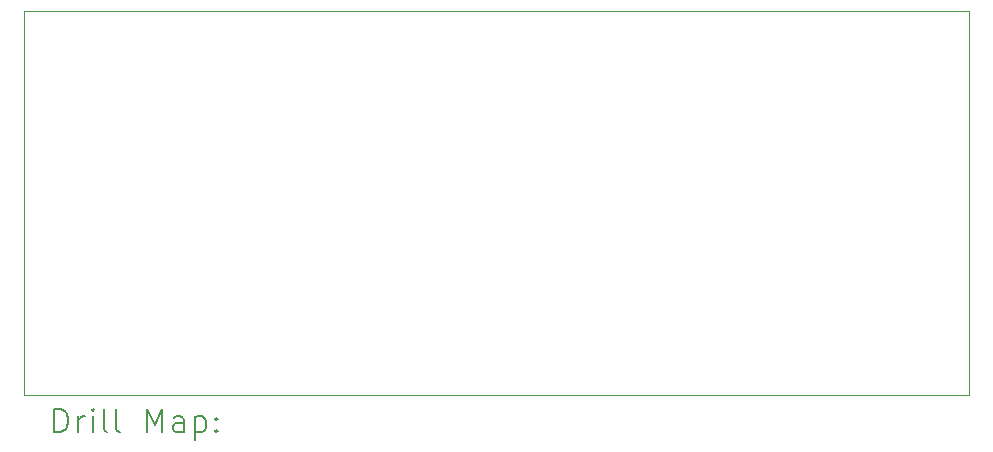
<source format=gbr>
%TF.GenerationSoftware,KiCad,Pcbnew,8.0.1*%
%TF.CreationDate,2024-03-24T14:21:50+02:00*%
%TF.ProjectId,ANTEUS001 MICROMOUSE SENSING,414e5445-5553-4303-9031-204d4943524f,rev?*%
%TF.SameCoordinates,Original*%
%TF.FileFunction,Drillmap*%
%TF.FilePolarity,Positive*%
%FSLAX45Y45*%
G04 Gerber Fmt 4.5, Leading zero omitted, Abs format (unit mm)*
G04 Created by KiCad (PCBNEW 8.0.1) date 2024-03-24 14:21:50*
%MOMM*%
%LPD*%
G01*
G04 APERTURE LIST*
%ADD10C,0.050000*%
%ADD11C,0.200000*%
G04 APERTURE END LIST*
D10*
X18000000Y-4200000D02*
X26000000Y-4200000D01*
X26000000Y-7450000D01*
X18000000Y-7450000D01*
X18000000Y-4200000D01*
D11*
X18258277Y-7763984D02*
X18258277Y-7563984D01*
X18258277Y-7563984D02*
X18305896Y-7563984D01*
X18305896Y-7563984D02*
X18334467Y-7573508D01*
X18334467Y-7573508D02*
X18353515Y-7592555D01*
X18353515Y-7592555D02*
X18363039Y-7611603D01*
X18363039Y-7611603D02*
X18372563Y-7649698D01*
X18372563Y-7649698D02*
X18372563Y-7678269D01*
X18372563Y-7678269D02*
X18363039Y-7716365D01*
X18363039Y-7716365D02*
X18353515Y-7735412D01*
X18353515Y-7735412D02*
X18334467Y-7754460D01*
X18334467Y-7754460D02*
X18305896Y-7763984D01*
X18305896Y-7763984D02*
X18258277Y-7763984D01*
X18458277Y-7763984D02*
X18458277Y-7630650D01*
X18458277Y-7668746D02*
X18467801Y-7649698D01*
X18467801Y-7649698D02*
X18477324Y-7640174D01*
X18477324Y-7640174D02*
X18496372Y-7630650D01*
X18496372Y-7630650D02*
X18515420Y-7630650D01*
X18582086Y-7763984D02*
X18582086Y-7630650D01*
X18582086Y-7563984D02*
X18572563Y-7573508D01*
X18572563Y-7573508D02*
X18582086Y-7583031D01*
X18582086Y-7583031D02*
X18591610Y-7573508D01*
X18591610Y-7573508D02*
X18582086Y-7563984D01*
X18582086Y-7563984D02*
X18582086Y-7583031D01*
X18705896Y-7763984D02*
X18686848Y-7754460D01*
X18686848Y-7754460D02*
X18677324Y-7735412D01*
X18677324Y-7735412D02*
X18677324Y-7563984D01*
X18810658Y-7763984D02*
X18791610Y-7754460D01*
X18791610Y-7754460D02*
X18782086Y-7735412D01*
X18782086Y-7735412D02*
X18782086Y-7563984D01*
X19039229Y-7763984D02*
X19039229Y-7563984D01*
X19039229Y-7563984D02*
X19105896Y-7706841D01*
X19105896Y-7706841D02*
X19172563Y-7563984D01*
X19172563Y-7563984D02*
X19172563Y-7763984D01*
X19353515Y-7763984D02*
X19353515Y-7659222D01*
X19353515Y-7659222D02*
X19343991Y-7640174D01*
X19343991Y-7640174D02*
X19324944Y-7630650D01*
X19324944Y-7630650D02*
X19286848Y-7630650D01*
X19286848Y-7630650D02*
X19267801Y-7640174D01*
X19353515Y-7754460D02*
X19334467Y-7763984D01*
X19334467Y-7763984D02*
X19286848Y-7763984D01*
X19286848Y-7763984D02*
X19267801Y-7754460D01*
X19267801Y-7754460D02*
X19258277Y-7735412D01*
X19258277Y-7735412D02*
X19258277Y-7716365D01*
X19258277Y-7716365D02*
X19267801Y-7697317D01*
X19267801Y-7697317D02*
X19286848Y-7687793D01*
X19286848Y-7687793D02*
X19334467Y-7687793D01*
X19334467Y-7687793D02*
X19353515Y-7678269D01*
X19448753Y-7630650D02*
X19448753Y-7830650D01*
X19448753Y-7640174D02*
X19467801Y-7630650D01*
X19467801Y-7630650D02*
X19505896Y-7630650D01*
X19505896Y-7630650D02*
X19524944Y-7640174D01*
X19524944Y-7640174D02*
X19534467Y-7649698D01*
X19534467Y-7649698D02*
X19543991Y-7668746D01*
X19543991Y-7668746D02*
X19543991Y-7725888D01*
X19543991Y-7725888D02*
X19534467Y-7744936D01*
X19534467Y-7744936D02*
X19524944Y-7754460D01*
X19524944Y-7754460D02*
X19505896Y-7763984D01*
X19505896Y-7763984D02*
X19467801Y-7763984D01*
X19467801Y-7763984D02*
X19448753Y-7754460D01*
X19629705Y-7744936D02*
X19639229Y-7754460D01*
X19639229Y-7754460D02*
X19629705Y-7763984D01*
X19629705Y-7763984D02*
X19620182Y-7754460D01*
X19620182Y-7754460D02*
X19629705Y-7744936D01*
X19629705Y-7744936D02*
X19629705Y-7763984D01*
X19629705Y-7640174D02*
X19639229Y-7649698D01*
X19639229Y-7649698D02*
X19629705Y-7659222D01*
X19629705Y-7659222D02*
X19620182Y-7649698D01*
X19620182Y-7649698D02*
X19629705Y-7640174D01*
X19629705Y-7640174D02*
X19629705Y-7659222D01*
M02*

</source>
